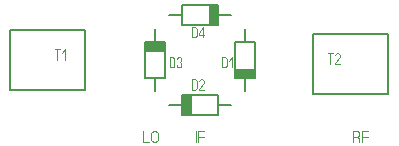
<source format=gbr>
%FSLAX34Y34*%
%MOMM*%
%LNSILK_TOP*%
G71*
G01*
%ADD10C,0.150*%
%ADD11C,0.100*%
%ADD12C,0.111*%
%LPD*%
G54D10*
X-68217Y64531D02*
X-68217Y81931D01*
X-98617Y81931D01*
X-98617Y64531D01*
X-68217Y64531D01*
G36*
X-68317Y64631D02*
X-68317Y81331D01*
X-75517Y81331D01*
X-75517Y64631D01*
X-68317Y64631D01*
G37*
G54D11*
X-68317Y64631D02*
X-68317Y81331D01*
X-75517Y81331D01*
X-75517Y64631D01*
X-68317Y64631D01*
G54D10*
X-57217Y73231D02*
X-68317Y73231D01*
G54D10*
X-98517Y73231D02*
X-109617Y73231D01*
G54D10*
X-54017Y19931D02*
X-36617Y19931D01*
X-36617Y50331D01*
X-54017Y50331D01*
X-54017Y19931D01*
G36*
X-53917Y20031D02*
X-37217Y20031D01*
X-37217Y27231D01*
X-53917Y27231D01*
X-53917Y20031D01*
G37*
G54D11*
X-53917Y20031D02*
X-37217Y20031D01*
X-37217Y27231D01*
X-53917Y27231D01*
X-53917Y20031D01*
G54D10*
X-45317Y8931D02*
X-45317Y20031D01*
G54D10*
X-45317Y50231D02*
X-45317Y61331D01*
G54D10*
X-98617Y5731D02*
X-98617Y-11669D01*
X-68217Y-11669D01*
X-68217Y5731D01*
X-98617Y5731D01*
G36*
X-98517Y5631D02*
X-98517Y-11069D01*
X-91317Y-11069D01*
X-91317Y5631D01*
X-98517Y5631D01*
G37*
G54D11*
X-98517Y5631D02*
X-98517Y-11069D01*
X-91317Y-11069D01*
X-91317Y5631D01*
X-98517Y5631D01*
G54D10*
X-109617Y-2969D02*
X-98517Y-2969D01*
G54D10*
X-68317Y-2969D02*
X-57217Y-2969D01*
G54D10*
X-112817Y50331D02*
X-130217Y50331D01*
X-130217Y19931D01*
X-112817Y19931D01*
X-112817Y50331D01*
G36*
X-112917Y50231D02*
X-129617Y50231D01*
X-129617Y43031D01*
X-112917Y43031D01*
X-112917Y50231D01*
G37*
G54D11*
X-112917Y50231D02*
X-129617Y50231D01*
X-129617Y43031D01*
X-112917Y43031D01*
X-112917Y50231D01*
G54D10*
X-121517Y61331D02*
X-121517Y50231D01*
G54D10*
X-121517Y20031D02*
X-121517Y8931D01*
G54D12*
X-64367Y28781D02*
X-64367Y37670D01*
X-62145Y37670D01*
X-61256Y37114D01*
X-60811Y36003D01*
X-60811Y30448D01*
X-61256Y29337D01*
X-62145Y28781D01*
X-64367Y28781D01*
G54D12*
X-58367Y34337D02*
X-56145Y37670D01*
X-56145Y28781D01*
G54D12*
X-89767Y9731D02*
X-89767Y18620D01*
X-87545Y18620D01*
X-86656Y18064D01*
X-86211Y16953D01*
X-86211Y11398D01*
X-86656Y10287D01*
X-87545Y9731D01*
X-89767Y9731D01*
G54D12*
X-80211Y9731D02*
X-83767Y9731D01*
X-83767Y10287D01*
X-83323Y11398D01*
X-80656Y14731D01*
X-80211Y15842D01*
X-80211Y16953D01*
X-80656Y18064D01*
X-81545Y18620D01*
X-82434Y18620D01*
X-83323Y18064D01*
X-83767Y16953D01*
G54D12*
X-108817Y28781D02*
X-108817Y37670D01*
X-106595Y37670D01*
X-105706Y37114D01*
X-105261Y36003D01*
X-105261Y30448D01*
X-105706Y29337D01*
X-106595Y28781D01*
X-108817Y28781D01*
G54D12*
X-102817Y36003D02*
X-102373Y37114D01*
X-101484Y37670D01*
X-100595Y37670D01*
X-99706Y37114D01*
X-99261Y36003D01*
X-99261Y34892D01*
X-99706Y33781D01*
X-100595Y33225D01*
X-99706Y32670D01*
X-99261Y31559D01*
X-99261Y30448D01*
X-99706Y29337D01*
X-100595Y28781D01*
X-101484Y28781D01*
X-102373Y29337D01*
X-102817Y30448D01*
G54D12*
X-89767Y54181D02*
X-89767Y63070D01*
X-87545Y63070D01*
X-86656Y62514D01*
X-86211Y61403D01*
X-86211Y55848D01*
X-86656Y54737D01*
X-87545Y54181D01*
X-89767Y54181D01*
G54D12*
X-81100Y54181D02*
X-81100Y63070D01*
X-83767Y57514D01*
X-83767Y56403D01*
X-80211Y56403D01*
G54D10*
X-243840Y9643D02*
X-180340Y9643D01*
X-180340Y60443D01*
X-243840Y60443D01*
X-243840Y9643D01*
G54D12*
X-203962Y35043D02*
X-203962Y43932D01*
G54D12*
X-205740Y43932D02*
X-202184Y43932D01*
G54D12*
X-199740Y40599D02*
X-197518Y43932D01*
X-197518Y35043D01*
G54D10*
X76200Y57150D02*
X12700Y57150D01*
X12700Y6350D01*
X76200Y6350D01*
X76200Y57150D01*
G54D12*
X27178Y31750D02*
X27178Y40639D01*
G54D12*
X25400Y40639D02*
X28956Y40639D01*
G54D12*
X34956Y31750D02*
X31400Y31750D01*
X31400Y32306D01*
X31844Y33417D01*
X34511Y36750D01*
X34956Y37861D01*
X34956Y38972D01*
X34511Y40083D01*
X33622Y40639D01*
X32733Y40639D01*
X31844Y40083D01*
X31400Y38972D01*
G54D12*
X-131490Y-25391D02*
X-131490Y-34280D01*
X-126823Y-34280D01*
G54D12*
X-119046Y-27058D02*
X-119046Y-32613D01*
X-119712Y-33724D01*
X-121046Y-34280D01*
X-122379Y-34280D01*
X-123712Y-33724D01*
X-124379Y-32613D01*
X-124379Y-27058D01*
X-123712Y-25947D01*
X-122379Y-25391D01*
X-121046Y-25391D01*
X-119712Y-25947D01*
X-119046Y-27058D01*
G54D12*
X-87040Y-34280D02*
X-87040Y-25391D01*
G54D12*
X-84596Y-34280D02*
X-84596Y-25391D01*
X-79929Y-25391D01*
G54D12*
X-84596Y-29836D02*
X-79929Y-29836D01*
G54D12*
X48977Y-29836D02*
X50977Y-30947D01*
X51643Y-32058D01*
X51643Y-34280D01*
G54D12*
X46310Y-34280D02*
X46310Y-25391D01*
X49643Y-25391D01*
X50977Y-25947D01*
X51643Y-27058D01*
X51643Y-28169D01*
X50977Y-29280D01*
X49643Y-29836D01*
X46310Y-29836D01*
G54D12*
X54087Y-34280D02*
X54087Y-25391D01*
X58754Y-25391D01*
G54D12*
X54087Y-29836D02*
X58754Y-29836D01*
M02*

</source>
